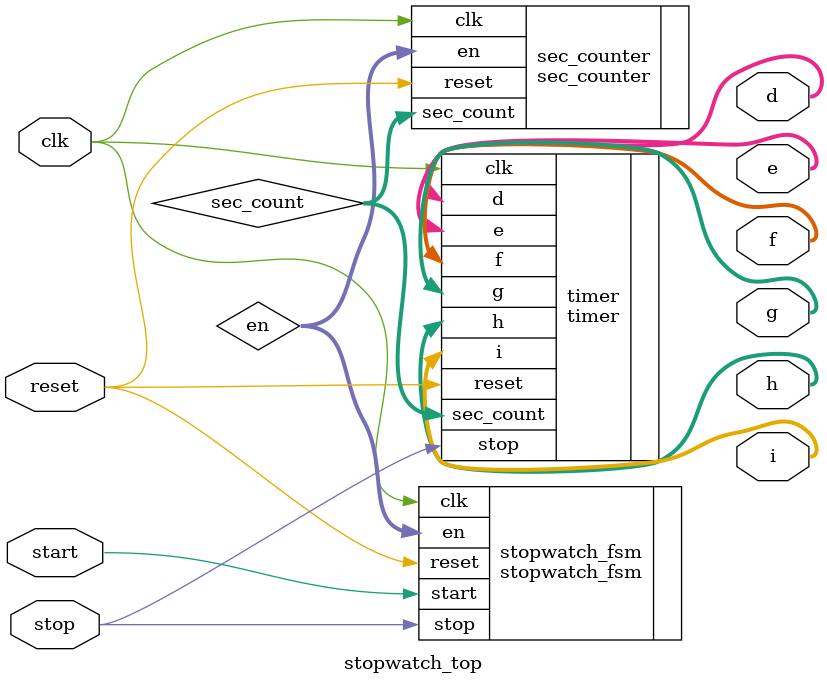
<source format=v>
`timescale 1ns / 1ps


module stopwatch_top(
    input clk, reset, start, stop,
    output [3:0] d,e,f,g,h,i
    );
    
 wire [18:0] sec_count;
 wire [1:0] en;
 
 sec_counter sec_counter(.clk(clk), .reset(reset), .en(en), .sec_count(sec_count));
 stopwatch_fsm stopwatch_fsm(.clk(clk), .reset(reset), .start(start), .stop(stop), .en(en));
 timer timer(.clk(clk), .reset(reset), .sec_count(sec_count), .stop(stop), .d(d), .e(e), .f(f), .g(g), .h(h), .i(i));
    
endmodule

</source>
